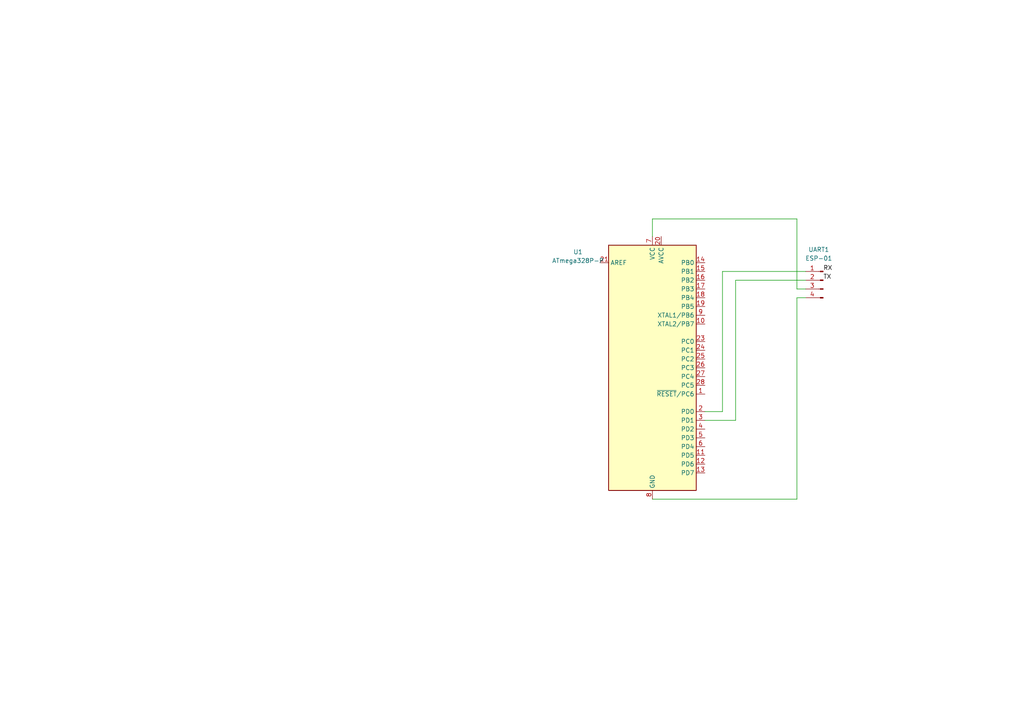
<source format=kicad_sch>
(kicad_sch (version 20230121) (generator eeschema)
  (paper "A4")
  (lib_symbols
    (symbol "Connector:Conn_01x04_Pin" (pin_names (offset 1.016) hide)
      (property "Reference" "J" (at 0 5.08 0))
      (property "Value" "Conn_01x04_Pin" (at 0 -7.62 0))
      (symbol "Conn_01x04_Pin_1_1"
        (polyline (pts (xy 1.27 -5.08) (xy 0.8636 -5.08)) (stroke (width 0.1524)))
        (polyline (pts (xy 1.27 -2.54) (xy 0.8636 -2.54)) (stroke (width 0.1524)))
        (polyline (pts (xy 1.27 0) (xy 0.8636 0)) (stroke (width 0.1524)))
        (polyline (pts (xy 1.27 2.54) (xy 0.8636 2.54)) (stroke (width 0.1524)))
        (rectangle (start 0.8636 -4.953) (end 0 -5.207) (stroke (width 0.1524)) (fill (type outline)))
        (rectangle (start 0.8636 -2.413) (end 0 -2.667) (stroke (width 0.1524)) (fill (type outline)))
        (rectangle (start 0.8636 0.127) (end 0 -0.127) (stroke (width 0.1524)) (fill (type outline)))
        (rectangle (start 0.8636 2.667) (end 0 2.413) (stroke (width 0.1524)) (fill (type outline)))
        (pin passive line (at 5.08 2.54 180) (length 3.81) (name "Pin_1") (number "1"))
        (pin passive line (at 5.08 0 180) (length 3.81) (name "Pin_2") (number "2"))
        (pin passive line (at 5.08 -2.54 180) (length 3.81) (name "Pin_3") (number "3"))
        (pin passive line (at 5.08 -5.08 180) (length 3.81) (name "Pin_4") (number "4"))
      )
    )
    (symbol "MCU_Microchip_ATmega:ATmega328P-P"
      (property "Reference" "U" (at -12.7 36.83 0))
      (property "Value" "ATmega328P-P" (at 2.54 -36.83 0))
      (symbol "ATmega328P-P_0_1"
        (rectangle (start -12.7 -35.56) (end 12.7 35.56) (stroke (width 0.254)) (fill (type background)))
      )
      (symbol "ATmega328P-P_1_1"
        (pin bidirectional line (at 15.24 -7.62 180) (length 2.54) (name "~{RESET}/PC6") (number "1"))
        (pin bidirectional line (at 15.24 12.7 180) (length 2.54) (name "XTAL2/PB7") (number "10"))
        (pin bidirectional line (at 15.24 -25.4 180) (length 2.54) (name "PD5") (number "11"))
        (pin bidirectional line (at 15.24 -27.94 180) (length 2.54) (name "PD6") (number "12"))
        (pin bidirectional line (at 15.24 -30.48 180) (length 2.54) (name "PD7") (number "13"))
        (pin bidirectional line (at 15.24 30.48 180) (length 2.54) (name "PB0") (number "14"))
        (pin bidirectional line (at 15.24 27.94 180) (length 2.54) (name "PB1") (number "15"))
        (pin bidirectional line (at 15.24 25.4 180) (length 2.54) (name "PB2") (number "16"))
        (pin bidirectional line (at 15.24 22.86 180) (length 2.54) (name "PB3") (number "17"))
        (pin bidirectional line (at 15.24 20.32 180) (length 2.54) (name "PB4") (number "18"))
        (pin bidirectional line (at 15.24 17.78 180) (length 2.54) (name "PB5") (number "19"))
        (pin bidirectional line (at 15.24 -12.7 180) (length 2.54) (name "PD0") (number "2"))
        (pin power_in line (at 2.54 38.1 270) (length 2.54) (name "AVCC") (number "20"))
        (pin passive line (at -15.24 30.48 0) (length 2.54) (name "AREF") (number "21"))
        (pin passive line (at 0 -38.1 90) (length 2.54) hide (name "GND") (number "22"))
        (pin bidirectional line (at 15.24 7.62 180) (length 2.54) (name "PC0") (number "23"))
        (pin bidirectional line (at 15.24 5.08 180) (length 2.54) (name "PC1") (number "24"))
        (pin bidirectional line (at 15.24 2.54 180) (length 2.54) (name "PC2") (number "25"))
        (pin bidirectional line (at 15.24 0 180) (length 2.54) (name "PC3") (number "26"))
        (pin bidirectional line (at 15.24 -2.54 180) (length 2.54) (name "PC4") (number "27"))
        (pin bidirectional line (at 15.24 -5.08 180) (length 2.54) (name "PC5") (number "28"))
        (pin bidirectional line (at 15.24 -15.24 180) (length 2.54) (name "PD1") (number "3"))
        (pin bidirectional line (at 15.24 -17.78 180) (length 2.54) (name "PD2") (number "4"))
        (pin bidirectional line (at 15.24 -20.32 180) (length 2.54) (name "PD3") (number "5"))
        (pin bidirectional line (at 15.24 -22.86 180) (length 2.54) (name "PD4") (number "6"))
        (pin power_in line (at 0 38.1 270) (length 2.54) (name "VCC") (number "7"))
        (pin power_in line (at 0 -38.1 90) (length 2.54) (name "GND") (number "8"))
        (pin bidirectional line (at 15.24 15.24 180) (length 2.54) (name "XTAL1/PB6") (number "9"))
      )
    )
  )
  (wire (pts (xy 189.23 63.5) (xy 189.23 68.58)))
  (wire (pts (xy 233.68 81.28) (xy 213.36 81.28)))
  (wire (pts (xy 231.14 86.36) (xy 231.14 144.78)))
  (wire (pts (xy 231.14 83.82) (xy 231.14 63.5)))
  (wire (pts (xy 231.14 63.5) (xy 189.23 63.5)))
  (wire (pts (xy 204.47 121.92) (xy 213.36 121.92)))
  (wire (pts (xy 209.55 78.74) (xy 209.55 119.38)))
  (wire (pts (xy 209.55 119.38) (xy 204.47 119.38)))
  (wire (pts (xy 233.68 78.74) (xy 209.55 78.74)))
  (wire (pts (xy 233.68 83.82) (xy 231.14 83.82)))
  (wire (pts (xy 233.68 86.36) (xy 231.14 86.36)))
  (wire (pts (xy 213.36 81.28) (xy 213.36 121.92)))
  (wire (pts (xy 231.14 144.78) (xy 189.23 144.78)))
  (label "RX" (at 238.76 78.74 0))
  (label "TX" (at 238.76 81.28 0))
  (symbol (lib_id "Connector:Conn_01x04_Pin") (at 238.76 81.28 0) (mirror y) (unit 1)
    (property "Reference" "UART1" (at 237.49 72.39 0))
    (property "Value" "ESP-01" (at 237.49 74.93 0))
  )
  (symbol (lib_id "MCU_Microchip_ATmega:ATmega328P-P") (at 189.23 106.68 0) (unit 1)
    (property "Reference" "U1" (at 167.64 73.0759 0))
    (property "Value" "ATmega328P-P" (at 167.64 75.6159 0))
    (property "Footprint" "Package_DIP:DIP-28_W7.62mm" (effects hide))
    (property "Datasheet" "http://ww1.microchip.com/downloads/en/DeviceDoc/ATmega328_P%20AVR%20MCU%20with%20picoPower%20Technology%20Data%20Sheet%2040001984A.pdf" (effects hide))
  )
)
</source>
